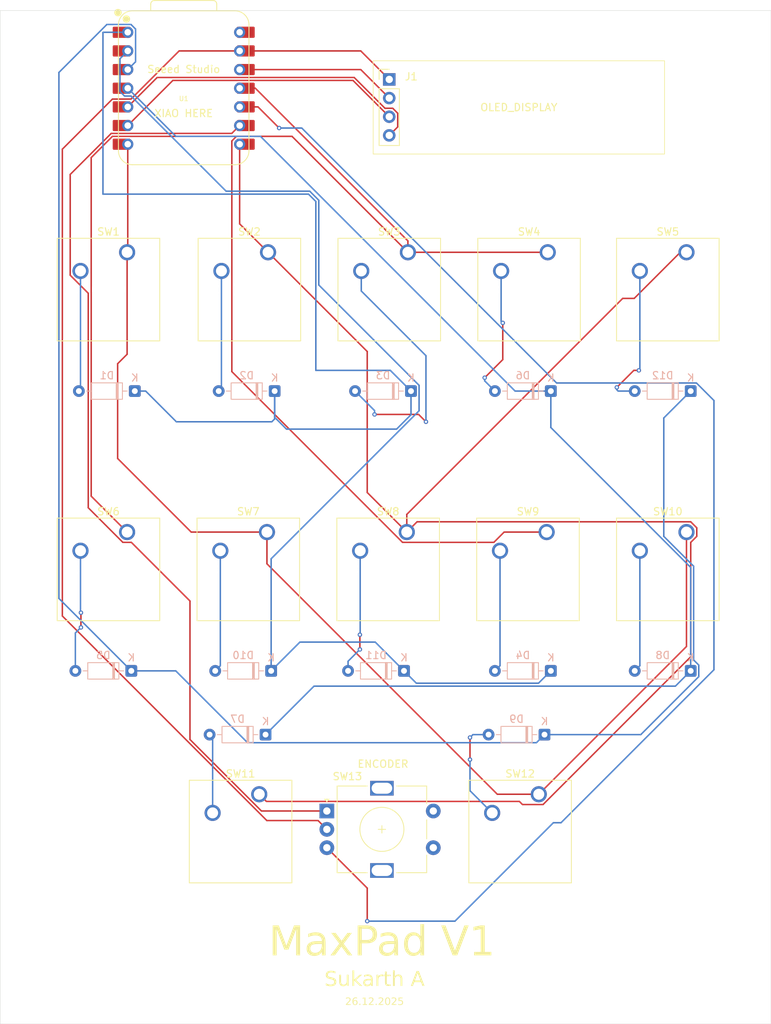
<source format=kicad_pcb>
(kicad_pcb (version 20241229) (generator "pcbnew") (generator_version "9.0")
  (layers (0 "F.Cu" signal) (2 "B.Cu" signal) (13 "F.Paste" user) (15 "B.Paste" user) (5 "F.SilkS" user "F.Silkscreen") (7 "B.SilkS" user "B.Silkscreen") (1 "F.Mask" user) (3 "B.Mask" user) (25 "Edge.Cuts" user))
  (net 0 "")
  (net 1 "Net-(D1-A)")
  (net 2 "Net-(D1-K)")
  (net 3 "Net-(D2-A)")
  (net 4 "Net-(D3-A)")
  (net 5 "Net-(D4-A)")
  (net 6 "Net-(D10-K)")
  (net 7 "Net-(D5-A)")
  (net 8 "Net-(D12-K)")
  (net 9 "Net-(D6-K)")
  (net 10 "Net-(D6-A)")
  (net 11 "Net-(D7-A)")
  (net 12 "Net-(D8-A)")
  (net 13 "Net-(D9-A)")
  (net 14 "Net-(D10-A)")
  (net 15 "Net-(D11-A)")
  (net 16 "Net-(D12-A)")
  (net 17 "Net-(J1-Pin_1)")
  (net 18 "Net-(J1-Pin_4)")
  (net 19 "Net-(J1-Pin_2)")
  (net 20 "Net-(J1-Pin_3)")
  (net 21 "Net-(U1-GPIO0{slash}TX)")
  (net 22 "Net-(U1-GPIO1{slash}RX)")
  (net 23 "Net-(U1-GPIO3{slash}MOSI)")
  (net 24 "Net-(U1-GPIO4{slash}MISO)")
  (net 25 "Net-(U1-GPIO2{slash}SCK)")
  (footprint "Button_Switch_Keyboard:SW_Cherry_MX_1.00u_PCB" (layer "F.Cu") (at 42.29 54.92)
    (property "Reference" "SW1" (at -2.54 -2.794 0) (layer "F.SilkS"))
    (property "Value" "SW_Push")
    (pad "" np_thru_hole circle (at -7.62 5.08) (size 1.7 1.7) (drill 1.7) (layers "*.Cu" "*.Mask"))
    (pad "" np_thru_hole circle (at -2.54 5.08) (size 4 4) (drill 4) (layers "*.Cu" "*.Mask"))
    (pad "" np_thru_hole circle (at 2.54 5.08) (size 1.7 1.7) (drill 1.7) (layers "*.Cu" "*.Mask"))
    (pad "1" thru_hole circle (at 0 0) (size 2.2 2.2) (drill 1.5) (layers "*.Cu" "*.Mask") (net 21 "Net-(U1-GPIO0{slash}TX)"))
    (pad "2" thru_hole circle (at -6.35 2.54) (size 2.2 2.2) (drill 1.5) (layers "*.Cu" "*.Mask") (net 1 "Net-(D1-A)"))
  )
  (footprint "Button_Switch_Keyboard:SW_Cherry_MX_1.00u_PCB" (layer "F.Cu") (at 99.44 93.02)
    (property "Reference" "SW9" (at -2.54 -2.794 0) (layer "F.SilkS"))
    (property "Value" "SW_Push")
    (pad "" np_thru_hole circle (at -7.62 5.08) (size 1.7 1.7) (drill 1.7) (layers "*.Cu" "*.Mask"))
    (pad "" np_thru_hole circle (at -2.54 5.08) (size 4 4) (drill 4) (layers "*.Cu" "*.Mask"))
    (pad "" np_thru_hole circle (at 2.54 5.08) (size 1.7 1.7) (drill 1.7) (layers "*.Cu" "*.Mask"))
    (pad "1" thru_hole circle (at 0 0) (size 2.2 2.2) (drill 1.5) (layers "*.Cu" "*.Mask") (net 23 "Net-(U1-GPIO3{slash}MOSI)"))
    (pad "2" thru_hole circle (at -6.35 2.54) (size 2.2 2.2) (drill 1.5) (layers "*.Cu" "*.Mask") (net 5 "Net-(D4-A)"))
  )
  (footprint "Button_Switch_Keyboard:SW_Cherry_MX_1.00u_PCB" (layer "F.Cu") (at 80.39 93.02)
    (property "Reference" "SW8" (at -2.54 -2.794 0) (layer "F.SilkS"))
    (property "Value" "SW_Push")
    (pad "" np_thru_hole circle (at -7.62 5.08) (size 1.7 1.7) (drill 1.7) (layers "*.Cu" "*.Mask"))
    (pad "" np_thru_hole circle (at -2.54 5.08) (size 4 4) (drill 4) (layers "*.Cu" "*.Mask"))
    (pad "" np_thru_hole circle (at 2.54 5.08) (size 1.7 1.7) (drill 1.7) (layers "*.Cu" "*.Mask"))
    (pad "1" thru_hole circle (at 0 0) (size 2.2 2.2) (drill 1.5) (layers "*.Cu" "*.Mask") (net 22 "Net-(U1-GPIO1{slash}RX)"))
    (pad "2" thru_hole circle (at -6.35 2.54) (size 2.2 2.2) (drill 1.5) (layers "*.Cu" "*.Mask") (net 15 "Net-(D11-A)"))
  )
  (footprint "Button_Switch_Keyboard:SW_Cherry_MX_1.00u_PCB" (layer "F.Cu") (at 61.49 54.92)
    (property "Reference" "SW2" (at -2.54 -2.794 0) (layer "F.SilkS"))
    (property "Value" "SW_Push")
    (pad "" np_thru_hole circle (at -7.62 5.08) (size 1.7 1.7) (drill 1.7) (layers "*.Cu" "*.Mask"))
    (pad "" np_thru_hole circle (at -2.54 5.08) (size 4 4) (drill 4) (layers "*.Cu" "*.Mask"))
    (pad "" np_thru_hole circle (at 2.54 5.08) (size 1.7 1.7) (drill 1.7) (layers "*.Cu" "*.Mask"))
    (pad "1" thru_hole circle (at 0 0) (size 2.2 2.2) (drill 1.5) (layers "*.Cu" "*.Mask") (net 22 "Net-(U1-GPIO1{slash}RX)"))
    (pad "2" thru_hole circle (at -6.35 2.54) (size 2.2 2.2) (drill 1.5) (layers "*.Cu" "*.Mask") (net 3 "Net-(D2-A)"))
  )
  (footprint "Button_Switch_Keyboard:SW_Cherry_MX_1.00u_PCB" (layer "F.Cu") (at 80.54 54.92)
    (property "Reference" "SW3" (at -2.54 -2.794 0) (layer "F.SilkS"))
    (property "Value" "SW_Push")
    (pad "" np_thru_hole circle (at -7.62 5.08) (size 1.7 1.7) (drill 1.7) (layers "*.Cu" "*.Mask"))
    (pad "" np_thru_hole circle (at -2.54 5.08) (size 4 4) (drill 4) (layers "*.Cu" "*.Mask"))
    (pad "" np_thru_hole circle (at 2.54 5.08) (size 1.7 1.7) (drill 1.7) (layers "*.Cu" "*.Mask"))
    (pad "1" thru_hole circle (at 0 0) (size 2.2 2.2) (drill 1.5) (layers "*.Cu" "*.Mask") (net 23 "Net-(U1-GPIO3{slash}MOSI)"))
    (pad "2" thru_hole circle (at -6.35 2.54) (size 2.2 2.2) (drill 1.5) (layers "*.Cu" "*.Mask") (net 4 "Net-(D3-A)"))
  )
  (footprint "Rotary_Encoder:RotaryEncoder_Alps_EC11E-Switch_Vertical_H20mm" (layer "F.Cu") (at 69.5 131)
    (property "Reference" "SW13" (at 2.8 -4.7 0) (layer "F.SilkS"))
    (property "Value" "RotaryEncoder")
    (pad "A" thru_hole rect (at 0 0) (size 2 2) (drill 1) (layers "*.Cu" "*.Mask") (net 25 "Net-(U1-GPIO2{slash}SCK)"))
    (pad "B" thru_hole circle (at 0 5) (size 2 2) (drill 1) (layers "*.Cu" "*.Mask") (net 24 "Net-(U1-GPIO4{slash}MISO)"))
    (pad "C" thru_hole circle (at 0 2.5) (size 2 2) (drill 1) (layers "*.Cu" "*.Mask") (net 17 "Net-(J1-Pin_1)"))
    (pad "MP" thru_hole rect (at 7.5 -3.1) (size 3.2 2) (drill oval 2.8 1.5) (layers "*.Cu" "*.Mask"))
    (pad "MP" thru_hole rect (at 7.5 8.1) (size 3.2 2) (drill oval 2.8 1.5) (layers "*.Cu" "*.Mask"))
    (pad "S1" thru_hole circle (at 14.5 5) (size 2 2) (drill 1) (layers "*.Cu" "*.Mask"))
    (pad "S2" thru_hole circle (at 14.5 0) (size 2 2) (drill 1) (layers "*.Cu" "*.Mask"))
  )
  (footprint "Button_Switch_Keyboard:SW_Cherry_MX_1.00u_PCB" (layer "F.Cu") (at 118.49 54.92)
    (property "Reference" "SW5" (at -2.54 -2.794 0) (layer "F.SilkS"))
    (property "Value" "SW_Push")
    (pad "" np_thru_hole circle (at -7.62 5.08) (size 1.7 1.7) (drill 1.7) (layers "*.Cu" "*.Mask"))
    (pad "" np_thru_hole circle (at -2.54 5.08) (size 4 4) (drill 4) (layers "*.Cu" "*.Mask"))
    (pad "" np_thru_hole circle (at 2.54 5.08) (size 1.7 1.7) (drill 1.7) (layers "*.Cu" "*.Mask"))
    (pad "1" thru_hole circle (at 0 0) (size 2.2 2.2) (drill 1.5) (layers "*.Cu" "*.Mask") (net 22 "Net-(U1-GPIO1{slash}RX)"))
    (pad "2" thru_hole circle (at -6.35 2.54) (size 2.2 2.2) (drill 1.5) (layers "*.Cu" "*.Mask") (net 16 "Net-(D12-A)"))
  )
  (footprint "Seeed Studio XIAO Series Library:XIAO-RP2040-DIP" (layer "F.Cu") (at 50 32.58)
    (property "Reference" "U1" (at 0 1.42 0) (layer "F.SilkS") (effects (font (size 0.635 0.635) (thickness 0.1016))))
    (property "Value" "XIAO-RP2040-DIP")
    (pad "1" smd roundrect (at -8.455 -7.62 180) (size 2.432 1.524) (layers "F.Cu" "F.Mask") (roundrect_rratio 0.1) (net 2 "Net-(D1-K)"))
    (pad "1" thru_hole circle (at -7.62 -7.62 180) (size 1.524 1.524) (drill 0.889) (layers "*.Cu" "*.Mask") (net 2 "Net-(D1-K)"))
    (pad "2" smd roundrect (at -8.455 -5.08 180) (size 2.432 1.524) (layers "F.Cu" "F.Mask") (roundrect_rratio 0.1) (net 6 "Net-(D10-K)"))
    (pad "2" thru_hole circle (at -7.62 -5.08 180) (size 1.524 1.524) (drill 0.889) (layers "*.Cu" "*.Mask") (net 6 "Net-(D10-K)"))
    (pad "3" smd roundrect (at -8.455 -2.54 180) (size 2.432 1.524) (layers "F.Cu" "F.Mask") (roundrect_rratio 0.1) (net 8 "Net-(D12-K)"))
    (pad "3" thru_hole circle (at -7.62 -2.54 180) (size 1.524 1.524) (drill 0.889) (layers "*.Cu" "*.Mask") (net 8 "Net-(D12-K)"))
    (pad "4" smd roundrect (at -8.455 0 180) (size 2.432 1.524) (layers "F.Cu" "F.Mask") (roundrect_rratio 0.1) (net 9 "Net-(D6-K)"))
    (pad "4" thru_hole circle (at -7.62 0 180) (size 1.524 1.524) (drill 0.889) (layers "*.Cu" "*.Mask") (net 9 "Net-(D6-K)"))
    (pad "5" smd roundrect (at -8.455 2.54 180) (size 2.432 1.524) (layers "F.Cu" "F.Mask") (roundrect_rratio 0.1) (net 18 "Net-(J1-Pin_4)"))
    (pad "5" thru_hole circle (at -7.62 2.54 180) (size 1.524 1.524) (drill 0.889) (layers "*.Cu" "*.Mask") (net 18 "Net-(J1-Pin_4)"))
    (pad "6" smd roundrect (at -8.455 5.08 180) (size 2.432 1.524) (layers "F.Cu" "F.Mask") (roundrect_rratio 0.1) (net 20 "Net-(J1-Pin_3)"))
    (pad "6" thru_hole circle (at -7.62 5.08 180) (size 1.524 1.524) (drill 0.889) (layers "*.Cu" "*.Mask") (net 20 "Net-(J1-Pin_3)"))
    (pad "7" smd roundrect (at -8.455 7.62 180) (size 2.432 1.524) (layers "F.Cu" "F.Mask") (roundrect_rratio 0.1) (net 21 "Net-(U1-GPIO0{slash}TX)"))
    (pad "7" thru_hole circle (at -7.62 7.62 180) (size 1.524 1.524) (drill 0.889) (layers "*.Cu" "*.Mask") (net 21 "Net-(U1-GPIO0{slash}TX)"))
    (pad "8" thru_hole circle (at 7.62 7.62) (size 1.524 1.524) (drill 0.889) (layers "*.Cu" "*.Mask") (net 22 "Net-(U1-GPIO1{slash}RX)"))
    (pad "8" smd roundrect (at 8.455 7.62) (size 2.432 1.524) (layers "F.Cu" "F.Mask") (roundrect_rratio 0.1) (net 22 "Net-(U1-GPIO1{slash}RX)"))
    (pad "9" thru_hole circle (at 7.62 5.08) (size 1.524 1.524) (drill 0.889) (layers "*.Cu" "*.Mask") (net 25 "Net-(U1-GPIO2{slash}SCK)"))
    (pad "9" smd roundrect (at 8.455 5.08) (size 2.432 1.524) (layers "F.Cu" "F.Mask") (roundrect_rratio 0.1) (net 25 "Net-(U1-GPIO2{slash}SCK)"))
    (pad "10" thru_hole circle (at 7.62 2.54) (size 1.524 1.524) (drill 0.889) (layers "*.Cu" "*.Mask") (net 24 "Net-(U1-GPIO4{slash}MISO)"))
    (pad "10" smd roundrect (at 8.455 2.54) (size 2.432 1.524) (layers "F.Cu" "F.Mask") (roundrect_rratio 0.1) (net 24 "Net-(U1-GPIO4{slash}MISO)"))
    (pad "11" thru_hole circle (at 7.62 0) (size 1.524 1.524) (drill 0.889) (layers "*.Cu" "*.Mask") (net 23 "Net-(U1-GPIO3{slash}MOSI)"))
    (pad "11" smd roundrect (at 8.455 0) (size 2.432 1.524) (layers "F.Cu" "F.Mask") (roundrect_rratio 0.1) (net 23 "Net-(U1-GPIO3{slash}MOSI)"))
    (pad "12" thru_hole circle (at 7.62 -2.54) (size 1.524 1.524) (drill 0.889) (layers "*.Cu" "*.Mask") (net 19 "Net-(J1-Pin_2)"))
    (pad "12" smd roundrect (at 8.455 -2.54) (size 2.432 1.524) (layers "F.Cu" "F.Mask") (roundrect_rratio 0.1) (net 19 "Net-(J1-Pin_2)"))
    (pad "13" thru_hole circle (at 7.62 -5.08) (size 1.524 1.524) (drill 0.889) (layers "*.Cu" "*.Mask") (net 17 "Net-(J1-Pin_1)"))
    (pad "13" smd roundrect (at 8.455 -5.08) (size 2.432 1.524) (layers "F.Cu" "F.Mask") (roundrect_rratio 0.1) (net 17 "Net-(J1-Pin_1)"))
    (pad "14" thru_hole circle (at 7.62 -7.62) (size 1.524 1.524) (drill 0.889) (layers "*.Cu" "*.Mask"))
    (pad "14" smd roundrect (at 8.455 -7.62) (size 2.432 1.524) (layers "F.Cu" "F.Mask") (roundrect_rratio 0.1))
  )
  (footprint "Button_Switch_Keyboard:SW_Cherry_MX_1.00u_PCB" (layer "F.Cu") (at 61.34 93.02)
    (property "Reference" "SW7" (at -2.54 -2.794 0) (layer "F.SilkS"))
    (property "Value" "SW_Push")
    (pad "" np_thru_hole circle (at -7.62 5.08) (size 1.7 1.7) (drill 1.7) (layers "*.Cu" "*.Mask"))
    (pad "" np_thru_hole circle (at -2.54 5.08) (size 4 4) (drill 4) (layers "*.Cu" "*.Mask"))
    (pad "" np_thru_hole circle (at 2.54 5.08) (size 1.7 1.7) (drill 1.7) (layers "*.Cu" "*.Mask"))
    (pad "1" thru_hole circle (at 0 0) (size 2.2 2.2) (drill 1.5) (layers "*.Cu" "*.Mask") (net 21 "Net-(U1-GPIO0{slash}TX)"))
    (pad "2" thru_hole circle (at -6.35 2.54) (size 2.2 2.2) (drill 1.5) (layers "*.Cu" "*.Mask") (net 14 "Net-(D10-A)"))
  )
  (footprint "Button_Switch_Keyboard:SW_Cherry_MX_1.00u_PCB" (layer "F.Cu") (at 42.29 93.02)
    (property "Reference" "SW6" (at -2.54 -2.794 0) (layer "F.SilkS"))
    (property "Value" "SW_Push")
    (pad "" np_thru_hole circle (at -7.62 5.08) (size 1.7 1.7) (drill 1.7) (layers "*.Cu" "*.Mask"))
    (pad "" np_thru_hole circle (at -2.54 5.08) (size 4 4) (drill 4) (layers "*.Cu" "*.Mask"))
    (pad "" np_thru_hole circle (at 2.54 5.08) (size 1.7 1.7) (drill 1.7) (layers "*.Cu" "*.Mask"))
    (pad "1" thru_hole circle (at 0 0) (size 2.2 2.2) (drill 1.5) (layers "*.Cu" "*.Mask") (net 23 "Net-(U1-GPIO3{slash}MOSI)"))
    (pad "2" thru_hole circle (at -6.35 2.54) (size 2.2 2.2) (drill 1.5) (layers "*.Cu" "*.Mask") (net 7 "Net-(D5-A)"))
  )
  (footprint "Connector_PinHeader_2.54mm:PinHeader_1x04_P2.54mm_Vertical" (layer "F.Cu") (at 78 31.38)
    (property "Reference" "J1" (at 3 -0.38 0) (layer "F.SilkS"))
    (property "Value" "Conn_01x04_Pin")
    (pad "1" thru_hole rect (at 0 0) (size 1.7 1.7) (drill 1) (layers "*.Cu" "*.Mask") (net 17 "Net-(J1-Pin_1)"))
    (pad "2" thru_hole circle (at 0 2.54) (size 1.7 1.7) (drill 1) (layers "*.Cu" "*.Mask") (net 19 "Net-(J1-Pin_2)"))
    (pad "3" thru_hole circle (at 0 5.08) (size 1.7 1.7) (drill 1) (layers "*.Cu" "*.Mask") (net 20 "Net-(J1-Pin_3)"))
    (pad "4" thru_hole circle (at 0 7.62) (size 1.7 1.7) (drill 1) (layers "*.Cu" "*.Mask") (net 18 "Net-(J1-Pin_4)"))
  )
  (footprint "Button_Switch_Keyboard:SW_Cherry_MX_1.00u_PCB" (layer "F.Cu") (at 60.29 128.72)
    (property "Reference" "SW11" (at -2.54 -2.794 0) (layer "F.SilkS"))
    (property "Value" "SW_Push")
    (pad "" np_thru_hole circle (at -7.62 5.08) (size 1.7 1.7) (drill 1.7) (layers "*.Cu" "*.Mask"))
    (pad "" np_thru_hole circle (at -2.54 5.08) (size 4 4) (drill 4) (layers "*.Cu" "*.Mask"))
    (pad "" np_thru_hole circle (at 2.54 5.08) (size 1.7 1.7) (drill 1.7) (layers "*.Cu" "*.Mask"))
    (pad "1" thru_hole circle (at 0 0) (size 2.2 2.2) (drill 1.5) (layers "*.Cu" "*.Mask") (net 22 "Net-(U1-GPIO1{slash}RX)"))
    (pad "2" thru_hole circle (at -6.35 2.54) (size 2.2 2.2) (drill 1.5) (layers "*.Cu" "*.Mask") (net 11 "Net-(D7-A)"))
  )
  (footprint "Button_Switch_Keyboard:SW_Cherry_MX_1.00u_PCB" (layer "F.Cu") (at 99.59 54.92)
    (property "Reference" "SW4" (at -2.54 -2.794 0) (layer "F.SilkS"))
    (property "Value" "SW_Push")
    (pad "" np_thru_hole circle (at -7.62 5.08) (size 1.7 1.7) (drill 1.7) (layers "*.Cu" "*.Mask"))
    (pad "" np_thru_hole circle (at -2.54 5.08) (size 4 4) (drill 4) (layers "*.Cu" "*.Mask"))
    (pad "" np_thru_hole circle (at 2.54 5.08) (size 1.7 1.7) (drill 1.7) (layers "*.Cu" "*.Mask"))
    (pad "1" thru_hole circle (at 0 0) (size 2.2 2.2) (drill 1.5) (layers "*.Cu" "*.Mask") (net 23 "Net-(U1-GPIO3{slash}MOSI)"))
    (pad "2" thru_hole circle (at -6.35 2.54) (size 2.2 2.2) (drill 1.5) (layers "*.Cu" "*.Mask") (net 10 "Net-(D6-A)"))
  )
  (footprint "Button_Switch_Keyboard:SW_Cherry_MX_1.00u_PCB" (layer "F.Cu") (at 98.37 128.72)
    (property "Reference" "SW12" (at -2.54 -2.794 0) (layer "F.SilkS"))
    (property "Value" "SW_Push")
    (pad "" np_thru_hole circle (at -7.62 5.08) (size 1.7 1.7) (drill 1.7) (layers "*.Cu" "*.Mask"))
    (pad "" np_thru_hole circle (at -2.54 5.08) (size 4 4) (drill 4) (layers "*.Cu" "*.Mask"))
    (pad "" np_thru_hole circle (at 2.54 5.08) (size 1.7 1.7) (drill 1.7) (layers "*.Cu" "*.Mask"))
    (pad "1" thru_hole circle (at 0 0) (size 2.2 2.2) (drill 1.5) (layers "*.Cu" "*.Mask") (net 21 "Net-(U1-GPIO0{slash}TX)"))
    (pad "2" thru_hole circle (at -6.35 2.54) (size 2.2 2.2) (drill 1.5) (layers "*.Cu" "*.Mask") (net 13 "Net-(D9-A)"))
  )
  (footprint "Button_Switch_Keyboard:SW_Cherry_MX_1.00u_PCB" (layer "F.Cu") (at 118.49 93.02)
    (property "Reference" "SW10" (at -2.54 -2.794 0) (layer "F.SilkS"))
    (property "Value" "SW_Push")
    (pad "" np_thru_hole circle (at -7.62 5.08) (size 1.7 1.7) (drill 1.7) (layers "*.Cu" "*.Mask"))
    (pad "" np_thru_hole circle (at -2.54 5.08) (size 4 4) (drill 4) (layers "*.Cu" "*.Mask"))
    (pad "" np_thru_hole circle (at 2.54 5.08) (size 1.7 1.7) (drill 1.7) (layers "*.Cu" "*.Mask"))
    (pad "1" thru_hole circle (at 0 0) (size 2.2 2.2) (drill 1.5) (layers "*.Cu" "*.Mask") (net 21 "Net-(U1-GPIO0{slash}TX)"))
    (pad "2" thru_hole circle (at -6.35 2.54) (size 2.2 2.2) (drill 1.5) (layers "*.Cu" "*.Mask") (net 12 "Net-(D8-A)"))
  )
  (footprint "Diode_THT:D_DO-35_SOD27_P7.62mm_Horizontal" (layer "B.Cu") (at 100.0125 111.91875 180)
    (property "Reference" "D4" (at 3.81 2.12 0) (layer "B.SilkS") (effects (justify mirror)))
    (property "Value" "1N4148")
    (fp_text user "K" (at 0 1.8 0) (layer "B.SilkS") (effects (justify mirror)))
    (pad "1" thru_hole roundrect (at 0 0 180) (size 1.6 1.6) (drill 0.8) (layers "*.Cu" "*.Mask") (roundrect_rratio 0.15625) (net 6 "Net-(D10-K)"))
    (pad "2" thru_hole circle (at 7.62 0 180) (size 1.6 1.6) (drill 0.8) (layers "*.Cu" "*.Mask") (net 5 "Net-(D4-A)"))
  )
  (footprint "Diode_THT:D_DO-35_SOD27_P7.62mm_Horizontal" (layer "B.Cu") (at 43.33875 73.81875 180)
    (property "Reference" "D1" (at 3.81 2.12 0) (layer "B.SilkS") (effects (justify mirror)))
    (property "Value" "1N4148")
    (fp_text user "K" (at 0 1.8 0) (layer "B.SilkS") (effects (justify mirror)))
    (pad "1" thru_hole roundrect (at 0 0 180) (size 1.6 1.6) (drill 0.8) (layers "*.Cu" "*.Mask") (roundrect_rratio 0.15625) (net 2 "Net-(D1-K)"))
    (pad "2" thru_hole circle (at 7.62 0 180) (size 1.6 1.6) (drill 0.8) (layers "*.Cu" "*.Mask") (net 1 "Net-(D1-A)"))
  )
  (footprint "Diode_THT:D_DO-35_SOD27_P7.62mm_Horizontal" (layer "B.Cu") (at 100.0125 73.81875 180)
    (property "Reference" "D6" (at 3.81 2.12 0) (layer "B.SilkS") (effects (justify mirror)))
    (property "Value" "1N4148")
    (fp_text user "K" (at 0 1.8 0) (layer "B.SilkS") (effects (justify mirror)))
    (pad "1" thru_hole roundrect (at 0 0 180) (size 1.6 1.6) (drill 0.8) (layers "*.Cu" "*.Mask") (roundrect_rratio 0.15625) (net 9 "Net-(D6-K)"))
    (pad "2" thru_hole circle (at 7.62 0 180) (size 1.6 1.6) (drill 0.8) (layers "*.Cu" "*.Mask") (net 10 "Net-(D6-A)"))
  )
  (footprint "Diode_THT:D_DO-35_SOD27_P7.62mm_Horizontal" (layer "B.Cu") (at 42.8625 111.91875 180)
    (property "Reference" "D5" (at 3.81 2.12 0) (layer "B.SilkS") (effects (justify mirror)))
    (property "Value" "1N4148")
    (fp_text user "K" (at 0 1.8 0) (layer "B.SilkS") (effects (justify mirror)))
    (pad "1" thru_hole roundrect (at 0 0 180) (size 1.6 1.6) (drill 0.8) (layers "*.Cu" "*.Mask") (roundrect_rratio 0.15625) (net 8 "Net-(D12-K)"))
    (pad "2" thru_hole circle (at 7.62 0 180) (size 1.6 1.6) (drill 0.8) (layers "*.Cu" "*.Mask") (net 7 "Net-(D5-A)"))
  )
  (footprint "Diode_THT:D_DO-35_SOD27_P7.62mm_Horizontal" (layer "B.Cu") (at 61.15 120.6 180)
    (property "Reference" "D7" (at 3.81 2.12 0) (layer "B.SilkS") (effects (justify mirror)))
    (property "Value" "1N4148")
    (fp_text user "K" (at 0 1.8 0) (layer "B.SilkS") (effects (justify mirror)))
    (pad "1" thru_hole roundrect (at 0 0 180) (size 1.6 1.6) (drill 0.8) (layers "*.Cu" "*.Mask") (roundrect_rratio 0.15625) (net 9 "Net-(D6-K)"))
    (pad "2" thru_hole circle (at 7.62 0 180) (size 1.6 1.6) (drill 0.8) (layers "*.Cu" "*.Mask") (net 11 "Net-(D7-A)"))
  )
  (footprint "Diode_THT:D_DO-35_SOD27_P7.62mm_Horizontal" (layer "B.Cu") (at 61.9125 111.91875 180)
    (property "Reference" "D10" (at 3.81 2.12 0) (layer "B.SilkS") (effects (justify mirror)))
    (property "Value" "1N4148")
    (fp_text user "K" (at 0 1.8 0) (layer "B.SilkS") (effects (justify mirror)))
    (pad "1" thru_hole roundrect (at 0 0 180) (size 1.6 1.6) (drill 0.8) (layers "*.Cu" "*.Mask") (roundrect_rratio 0.15625) (net 6 "Net-(D10-K)"))
    (pad "2" thru_hole circle (at 7.62 0 180) (size 1.6 1.6) (drill 0.8) (layers "*.Cu" "*.Mask") (net 14 "Net-(D10-A)"))
  )
  (footprint "Diode_THT:D_DO-35_SOD27_P7.62mm_Horizontal" (layer "B.Cu") (at 80.01 111.91875 180)
    (property "Reference" "D11" (at 3.81 2.12 0) (layer "B.SilkS") (effects (justify mirror)))
    (property "Value" "1N4148")
    (fp_text user "K" (at 0 1.8 0) (layer "B.SilkS") (effects (justify mirror)))
    (pad "1" thru_hole roundrect (at 0 0 180) (size 1.6 1.6) (drill 0.8) (layers "*.Cu" "*.Mask") (roundrect_rratio 0.15625) (net 6 "Net-(D10-K)"))
    (pad "2" thru_hole circle (at 7.62 0 180) (size 1.6 1.6) (drill 0.8) (layers "*.Cu" "*.Mask") (net 15 "Net-(D11-A)"))
  )
  (footprint "Diode_THT:D_DO-35_SOD27_P7.62mm_Horizontal" (layer "B.Cu") (at 119.0625 73.81875 180)
    (property "Reference" "D12" (at 3.81 2.12 0) (layer "B.SilkS") (effects (justify mirror)))
    (property "Value" "1N4148")
    (fp_text user "K" (at 0 1.8 0) (layer "B.SilkS") (effects (justify mirror)))
    (pad "1" thru_hole roundrect (at 0 0 180) (size 1.6 1.6) (drill 0.8) (layers "*.Cu" "*.Mask") (roundrect_rratio 0.15625) (net 8 "Net-(D12-K)"))
    (pad "2" thru_hole circle (at 7.62 0 180) (size 1.6 1.6) (drill 0.8) (layers "*.Cu" "*.Mask") (net 16 "Net-(D12-A)"))
  )
  (footprint "Diode_THT:D_DO-35_SOD27_P7.62mm_Horizontal" (layer "B.Cu") (at 62.38875 73.81875 180)
    (property "Reference" "D2" (at 3.81 2.12 0) (layer "B.SilkS") (effects (justify mirror)))
    (property "Value" "1N4148")
    (fp_text user "K" (at 0 1.8 0) (layer "B.SilkS") (effects (justify mirror)))
    (pad "1" thru_hole roundrect (at 0 0 180) (size 1.6 1.6) (drill 0.8) (layers "*.Cu" "*.Mask") (roundrect_rratio 0.15625) (net 2 "Net-(D1-K)"))
    (pad "2" thru_hole circle (at 7.62 0 180) (size 1.6 1.6) (drill 0.8) (layers "*.Cu" "*.Mask") (net 3 "Net-(D2-A)"))
  )
  (footprint "Diode_THT:D_DO-35_SOD27_P7.62mm_Horizontal" (layer "B.Cu") (at 99.15 120.6 180)
    (property "Reference" "D9" (at 3.81 2.12 0) (layer "B.SilkS") (effects (justify mirror)))
    (property "Value" "1N4148")
    (fp_text user "K" (at 0 1.8 0) (layer "B.SilkS") (effects (justify mirror)))
    (pad "1" thru_hole roundrect (at 0 0 180) (size 1.6 1.6) (drill 0.8) (layers "*.Cu" "*.Mask") (roundrect_rratio 0.15625) (net 8 "Net-(D12-K)"))
    (pad "2" thru_hole circle (at 7.62 0 180) (size 1.6 1.6) (drill 0.8) (layers "*.Cu" "*.Mask") (net 13 "Net-(D9-A)"))
  )
  (footprint "Diode_THT:D_DO-35_SOD27_P7.62mm_Horizontal" (layer "B.Cu") (at 80.9625 73.81875 180)
    (property "Reference" "D3" (at 3.81 2.12 0) (layer "B.SilkS") (effects (justify mirror)))
    (property "Value" "1N4148")
    (fp_text user "K" (at 0 1.8 0) (layer "B.SilkS") (effects (justify mirror)))
    (pad "1" thru_hole roundrect (at 0 0 180) (size 1.6 1.6) (drill 0.8) (layers "*.Cu" "*.Mask") (roundrect_rratio 0.15625) (net 2 "Net-(D1-K)"))
    (pad "2" thru_hole circle (at 7.62 0 180) (size 1.6 1.6) (drill 0.8) (layers "*.Cu" "*.Mask") (net 4 "Net-(D3-A)"))
  )
  (footprint "Diode_THT:D_DO-35_SOD27_P7.62mm_Horizontal" (layer "B.Cu") (at 119.0625 111.91875 180)
    (property "Reference" "D8" (at 3.81 2.12 0) (layer "B.SilkS") (effects (justify mirror)))
    (property "Value" "1N4148")
    (fp_text user "K" (at 0 1.8 0) (layer "B.SilkS") (effects (justify mirror)))
    (pad "1" thru_hole roundrect (at 0 0 180) (size 1.6 1.6) (drill 0.8) (layers "*.Cu" "*.Mask") (roundrect_rratio 0.15625) (net 9 "Net-(D6-K)"))
    (pad "2" thru_hole circle (at 7.62 0 180) (size 1.6 1.6) (drill 0.8) (layers "*.Cu" "*.Mask") (net 12 "Net-(D8-A)"))
  )
  (gr_rect (start 75.8125 28.84) (end 115.5 41.54) (stroke (width 0.1)) (fill no) (layer "F.SilkS"))
  (gr_rect (start 25 22) (end 130 160) (stroke (width 0.05)) (fill no) (layer "Edge.Cuts"))
  (gr_text "MaxPad V1\n" (at 77 149 0) (layer "F.SilkS") (effects (font (size 4 4))))
  (gr_text "ENCODER" (at 77.15 124.6 0) (layer "F.SilkS") (effects (font (size 1 1))))
  (gr_text "Sukarth A" (at 76 154 0) (layer "F.SilkS") (effects (font (size 2 2))))
  (gr_text "26.12.2025" (at 76 157 0) (layer "F.SilkS") (effects (font (size 1 1))))
  (gr_text "Seeed Studio" (at 50 30 0) (layer "F.SilkS") (effects (font (size 1 1))))
  (gr_text "OLED_DISPLAY" (at 95.65625 35.19 0) (layer "F.SilkS") (effects (font (size 1 1))))
  (gr_text "XIAO HERE" (at 50 36 0) (layer "F.SilkS") (effects (font (size 1 1))))
  (segment (start 35.94 57.46) (end 35.94 73.5975) (width 0.2) (layer "B.Cu") (net 1))
  (segment (start 35.94 73.5975) (end 35.71875 73.81875) (width 0.2) (layer "B.Cu") (net 1))
  (segment (start 81 77) (end 80.9625 76.9625) (width 0.2) (layer "B.Cu") (net 2))
  (segment (start 49 78) (end 62 78) (width 0.2) (layer "B.Cu") (net 2))
  (segment (start 64 79) (end 79 79) (width 0.2) (layer "B.Cu") (net 2))
  (segment (start 62.38875 77.38875) (end 64 79) (width 0.2) (layer "B.Cu") (net 2))
  (segment (start 68 48) (end 67 47) (width 0.2) (layer "B.Cu") (net 2))
  (segment (start 67 47) (end 39 47) (width 0.2) (layer "B.Cu") (net 2))
  (segment (start 78.14375 71) (end 68 71) (width 0.2) (layer "B.Cu") (net 2))
  (segment (start 44.81875 73.81875) (end 49 78) (width 0.2) (layer "B.Cu") (net 2))
  (segment (start 43.33875 73.81875) (end 44.81875 73.81875) (width 0.2) (layer "B.Cu") (net 2))
  (segment (start 80.9625 76.9625) (end 80.9625 73.81875) (width 0.2) (layer "B.Cu") (net 2))
  (segment (start 80.9625 73.81875) (end 78.14375 71) (width 0.2) (layer "B.Cu") (net 2))
  (segment (start 62.38875 77.61125) (end 62.38875 73.81875) (width 0.2) (layer "B.Cu") (net 2))
  (segment (start 62.38875 73.81875) (end 62.38875 77.38875) (width 0.2) (layer "B.Cu") (net 2))
  (segment (start 68 71) (end 68 48) (width 0.2) (layer "B.Cu") (net 2))
  (segment (start 39.04 24.96) (end 42.38 24.96) (width 0.2) (layer "B.Cu") (net 2))
  (segment (start 39 25) (end 39.04 24.96) (width 0.2) (layer "B.Cu") (net 2))
  (segment (start 39 47) (end 39 25) (width 0.2) (layer "B.Cu") (net 2))
  (segment (start 79 79) (end 81 77) (width 0.2) (layer "B.Cu") (net 2))
  (segment (start 62 78) (end 62.38875 77.61125) (width 0.2) (layer "B.Cu") (net 2))
  (segment (start 55.14 57.46) (end 55.14 73.4475) (width 0.2) (layer "B.Cu") (net 3))
  (segment (start 55.14 73.4475) (end 54.76875 73.81875) (width 0.2) (layer "B.Cu") (net 3))
  (segment (start 83 78) (end 82 77) (width 0.2) (layer "F.Cu") (net 4))
  (segment (start 82 77) (end 76 77) (width 0.2) (layer "F.Cu") (net 4))
  (via (at 76 77) (size 0.6) (drill 0.3) (layers "F.Cu" "B.Cu") (net 4))
  (via (at 83 78) (size 0.6) (drill 0.3) (layers "F.Cu" "B.Cu") (net 4))
  (segment (start 76 77) (end 76 76.47625) (width 0.2) (layer "B.Cu") (net 4))
  (segment (start 83 69) (end 83 78) (width 0.2) (layer "B.Cu") (net 4))
  (segment (start 74.19 60.19) (end 83 69) (width 0.2) (layer "B.Cu") (net 4))
  (segment (start 76 76.47625) (end 73.3425 73.81875) (width 0.2) (layer "B.Cu") (net 4))
  (segment (start 74.19 57.46) (end 74.19 60.19) (width 0.2) (layer "B.Cu") (net 4))
  (segment (start 92.3925 111.91875) (end 93.09 111.22125) (width 0.2) (layer "B.Cu") (net 5))
  (segment (start 93.09 111.22125) (end 93.09 95.56) (width 0.2) (layer "B.Cu") (net 5))
  (segment (start 55.77631 46.599) (end 42.82031 33.643) (width 0.2) (layer "B.Cu") (net 6))
  (segment (start 41.317 28.563) (end 42.38 27.5) (width 0.2) (layer "B.Cu") (net 6))
  (segment (start 68.401 59.37109) (end 68.401 47.8339) (width 0.2) (layer "B.Cu") (net 6))
  (segment (start 100.0125 111.91875) (end 98.33225 113.599) (width 0.2) (layer "B.Cu") (net 6))
  (segment (start 82.0635 76.5036) (end 82.0635 73.03359) (width 0.2) (layer "B.Cu") (net 6))
  (segment (start 98.33225 113.599) (end 81.69025 113.599) (width 0.2) (layer "B.Cu") (net 6))
  (segment (start 81.69025 113.599) (end 80.01 111.91875) (width 0.2) (layer "B.Cu") (net 6))
  (segment (start 41.317 33.02031) (end 41.317 28.563) (width 0.2) (layer "B.Cu") (net 6))
  (segment (start 80.01 111.91875) (end 76.09125 108) (width 0.2) (layer "B.Cu") (net 6))
  (segment (start 68.401 47.8339) (end 67.1661 46.599) (width 0.2) (layer "B.Cu") (net 6))
  (segment (start 61.9125 96.6546) (end 82.0635 76.5036) (width 0.2) (layer "B.Cu") (net 6))
  (segment (start 82.0635 73.03359) (end 68.401 59.37109) (width 0.2) (layer "B.Cu") (net 6))
  (segment (start 76.09125 108) (end 65.83125 108) (width 0.2) (layer "B.Cu") (net 6))
  (segment (start 42.82031 33.643) (end 41.93969 33.643) (width 0.2) (layer "B.Cu") (net 6))
  (segment (start 67.1661 46.599) (end 55.77631 46.599) (width 0.2) (layer "B.Cu") (net 6))
  (segment (start 41.93969 33.643) (end 41.317 33.02031) (width 0.2) (layer "B.Cu") (net 6))
  (segment (start 65.83125 108) (end 61.9125 111.91875) (width 0.2) (layer "B.Cu") (net 6))
  (segment (start 61.9125 111.91875) (end 61.9125 96.6546) (width 0.2) (layer "B.Cu") (net 6))
  (segment (start 36 104) (end 36 106) (width 0.2) (layer "F.Cu") (net 7))
  (via (at 36 106) (size 0.6) (drill 0.3) (layers "F.Cu" "B.Cu") (net 7))
  (via (at 36 104) (size 0.6) (drill 0.3) (layers "F.Cu" "B.Cu") (net 7))
  (segment (start 35.94 103.94) (end 36 104) (width 0.2) (layer "B.Cu") (net 7))
  (segment (start 35.2425 106.7575) (end 35.2425 111.91875) (width 0.2) (layer "B.Cu") (net 7))
  (segment (start 36 106) (end 35.2425 106.7575) (width 0.2) (layer "B.Cu") (net 7))
  (segment (start 35.94 95.56) (end 35.94 103.94) (width 0.2) (layer "B.Cu") (net 7))
  (segment (start 112.26741 120.6) (end 99.15 120.6) (width 0.2) (layer "B.Cu") (net 8))
  (segment (start 99.15 120.6) (end 98.049 121.701) (width 0.2) (layer "B.Cu") (net 8))
  (segment (start 58.701 121.701) (end 48.91875 111.91875) (width 0.2) (layer "B.Cu") (net 8))
  (segment (start 120.1635 111.13359) (end 120.1635 112.70391) (width 0.2) (layer "B.Cu") (net 8))
  (segment (start 119.0625 73.81875) (end 115.399315 77.481935) (width 0.2) (layer "B.Cu") (net 8))
  (segment (start 120.1635 112.70391) (end 112.26741 120.6) (width 0.2) (layer "B.Cu") (net 8))
  (segment (start 43.443 28.977) (end 42.38 30.04) (width 0.2) (layer "B.Cu") (net 8))
  (segment (start 42.8625 111.91875) (end 33 102.05625) (width 0.2) (layer "B.Cu") (net 8))
  (segment (start 43.443 24.51969) (end 43.443 28.977) (width 0.2) (layer "B.Cu") (net 8))
  (segment (start 48.91875 111.91875) (end 42.8625 111.91875) (width 0.2) (layer "B.Cu") (net 8))
  (segment (start 33 30.4329) (end 39.5359 23.897) (width 0.2) (layer "B.Cu") (net 8))
  (segment (start 42.82031 23.897) (end 43.443 24.51969) (width 0.2) (layer "B.Cu") (net 8))
  (segment (start 115.399315 93.600685) (end 119.4635 97.66487) (width 0.2) (layer "B.Cu") (net 8))
  (segment (start 115.399315 77.481935) (end 115.399315 93.600685) (width 0.2) (layer "B.Cu") (net 8))
  (segment (start 33 102.05625) (end 33 30.4329) (width 0.2) (layer "B.Cu") (net 8))
  (segment (start 119.4635 97.66487) (end 119.4635 110.43359) (width 0.2) (layer "B.Cu") (net 8))
  (segment (start 98.049 121.701) (end 58.701 121.701) (width 0.2) (layer "B.Cu") (net 8))
  (segment (start 119.4635 110.43359) (end 120.1635 111.13359) (width 0.2) (layer "B.Cu") (net 8))
  (segment (start 39.5359 23.897) (end 42.82031 23.897) (width 0.2) (layer "B.Cu") (net 8))
  (segment (start 67.75 114) (end 61.15 120.6) (width 0.2) (layer "B.Cu") (net 9))
  (segment (start 44.4 34.6) (end 42.38 32.58) (width 0.2) (layer "B.Cu") (net 9))
  (segment (start 60.461816 39.137) (end 48.937 39.137) (width 0.2) (layer "B.Cu") (net 9))
  (segment (start 48.937 39.137) (end 44.4 34.6) (width 0.2) (layer "B.Cu") (net 9))
  (segment (start 95.143566 73.81875) (end 60.461816 39.137) (width 0.2) (layer "B.Cu") (net 9))
  (segment (start 100.0125 78.78097) (end 119.0625 97.83097) (width 0.2) (layer "B.Cu") (net 9))
  (segment (start 119.0625 97.83097) (end 119.0625 111.91875) (width 0.2) (layer "B.Cu") (net 9))
  (segment (start 116.98125 114) (end 67.75 114) (width 0.2) (layer "B.Cu") (net 9))
  (segment (start 100.0125 73.81875) (end 100.0125 78.78097) (width 0.2) (layer "B.Cu") (net 9))
  (segment (start 119.0625 111.91875) (end 116.98125 114) (width 0.2) (layer "B.Cu") (net 9))
  (segment (start 100.0125 73.81875) (end 95.143566 73.81875) (width 0.2) (layer "B.Cu") (net 9))
  (segment (start 93.46422 69.53578) (end 91 72) (width 0.2) (layer "F.Cu") (net 10))
  (segment (start 93.46422 64.53578) (end 93.46422 69.53578) (width 0.2) (layer "F.Cu") (net 10))
  (via (at 93.46422 64.53578) (size 0.6) (drill 0.3) (layers "F.Cu" "B.Cu") (net 10))
  (via (at 91 72) (size 0.6) (drill 0.3) (layers "F.Cu" "B.Cu") (net 10))
  (segment (start 93.24 57.46) (end 93.24 64.31156) (width 0.2) (layer "B.Cu") (net 10))
  (segment (start 93.24 64.31156) (end 93.46422 64.53578) (width 0.2) (layer "B.Cu") (net 10))
  (segment (start 91 72) (end 91 72.42625) (width 0.2) (layer "B.Cu") (net 10))
  (segment (start 91 72.42625) (end 92.3925 73.81875) (width 0.2) (layer "B.Cu") (net 10))
  (segment (start 53.94 121.01) (end 53.53 120.6) (width 0.2) (layer "B.Cu") (net 11))
  (segment (start 53.94 131.26) (end 53.94 121.01) (width 0.2) (layer "B.Cu") (net 11))
  (segment (start 111.4425 111.91875) (end 112.14 111.22125) (width 0.2) (layer "B.Cu") (net 12))
  (segment (start 112.14 111.22125) (end 112.14 95.56) (width 0.2) (layer "B.Cu") (net 12))
  (segment (start 89 121) (end 89 124) (width 0.2) (layer "F.Cu") (net 13))
  (via (at 89 124) (size 0.6) (drill 0.3) (layers "F.Cu" "B.Cu") (net 13))
  (via (at 89 121) (size 0.6) (drill 0.3) (layers "F.Cu" "B.Cu") (net 13))
  (segment (start 89 124) (end 89 128.24) (width 0.2) (layer "B.Cu") (net 13))
  (segment (start 89 128.24) (end 92.02 131.26) (width 0.2) (layer "B.Cu") (net 13))
  (segment (start 89.4 120.6) (end 89 121) (width 0.2) (layer "B.Cu") (net 13))
  (segment (start 91.53 120.6) (end 89.4 120.6) (width 0.2) (layer "B.Cu") (net 13))
  (segment (start 54.99 95.56) (end 54.99 111.22125) (width 0.2) (layer "B.Cu") (net 14))
  (segment (start 54.99 111.22125) (end 54.2925 111.91875) (width 0.2) (layer "B.Cu") (net 14))
  (segment (start 74 107) (end 74 109) (width 0.2) (layer "F.Cu") (net 15))
  (via (at 74 109) (size 0.6) (drill 0.3) (layers "F.Cu" "B.Cu") (net 15))
  (via (at 74 107) (size 0.6) (drill 0.3) (layers "F.Cu" "B.Cu") (net 15))
  (segment (start 74 109) (end 72.39 110.61) (width 0.2) (layer "B.Cu") (net 15))
  (segment (start 72.39 110.61) (end 72.39 111.91875) (width 0.2) (layer "B.Cu") (net 15))
  (segment (start 74.04 95.56) (end 74.04 106.96) (width 0.2) (layer "B.Cu") (net 15))
  (segment (start 74.04 106.96) (end 74 107) (width 0.2) (layer "B.Cu") (net 15))
  (segment (start 112 71) (end 111.31775 71) (width 0.2) (layer "F.Cu") (net 16))
  (segment (start 111.31775 71) (end 109 73.31775) (width 0.2) (layer "F.Cu") (net 16))
  (via (at 109 73.31775) (size 0.6) (drill 0.3) (layers "F.Cu" "B.Cu") (net 16))
  (via (at 112 71) (size 0.6) (drill 0.3) (layers "F.Cu" "B.Cu") (net 16))
  (segment (start 109 73.6375) (end 109.18125 73.81875) (width 0.2) (layer "B.Cu") (net 16))
  (segment (start 109.18125 73.81875) (end 111.4425 73.81875) (width 0.2) (layer "B.Cu") (net 16))
  (segment (start 112.14 57.46) (end 112.14 70.86) (width 0.2) (layer "B.Cu") (net 16))
  (segment (start 109 73.31775) (end 109 73.6375) (width 0.2) (layer "B.Cu") (net 16))
  (segment (start 112.14 70.86) (end 112 71) (width 0.2) (layer "B.Cu") (net 16))
  (segment (start 33.469 40.877374) (end 40.289374 34.057) (width 0.2) (layer "F.Cu") (net 17))
  (segment (start 69.5 133.5) (end 68.301 132.301) (width 0.2) (layer "F.Cu") (net 17))
  (segment (start 74.12 27.5) (end 57.62 27.5) (width 0.2) (layer "F.Cu") (net 17))
  (segment (start 40.289374 34.057) (end 42.82031 34.057) (width 0.2) (layer "F.Cu") (net 17))
  (segment (start 78 31.38) (end 74.12 27.5) (width 0.2) (layer "F.Cu") (net 17))
  (segment (start 49.37731 27.5) (end 57.62 27.5) (width 0.2) (layer "F.Cu") (net 17))
  (segment (start 68.301 132.301) (end 61.322586 132.301) (width 0.2) (layer "F.Cu") (net 17))
  (segment (start 33.469 104.447414) (end 33.469 40.877374) (width 0.2) (layer "F.Cu") (net 17))
  (segment (start 42.82031 34.057) (end 49.37731 27.5) (width 0.2) (layer "F.Cu") (net 17))
  (segment (start 61.322586 132.301) (end 33.469 104.447414) (width 0.2) (layer "F.Cu") (net 17))
  (segment (start 78 39) (end 79.151 37.849) (width 0.2) (layer "F.Cu") (net 18))
  (segment (start 79.151 37.849) (end 79.151 35.98324) (width 0.2) (layer "F.Cu") (net 18))
  (segment (start 46.384 31.116) (end 42.38 35.12) (width 0.2) (layer "F.Cu") (net 18))
  (segment (start 78.47676 35.309) (end 77.4161 35.309) (width 0.2) (layer "F.Cu") (net 18))
  (segment (start 77.4161 35.309) (end 73.2231 31.116) (width 0.2) (layer "F.Cu") (net 18))
  (segment (start 79.151 35.98324) (end 78.47676 35.309) (width 0.2) (layer "F.Cu") (net 18))
  (segment (start 73.2231 31.116) (end 46.384 31.116) (width 0.2) (layer "F.Cu") (net 18))
  (segment (start 78 33.92) (end 74.12 30.04) (width 0.2) (layer "F.Cu") (net 19))
  (segment (start 74.12 30.04) (end 57.62 30.04) (width 0.2) (layer "F.Cu") (net 19))
  (segment (start 48.523 31.517) (end 42.38 37.66) (width 0.2) (layer "F.Cu") (net 20))
  (segment (start 73.057 31.517) (end 48.523 31.517) (width 0.2) (layer "F.Cu") (net 20))
  (segment (start 78 36.46) (end 73.057 31.517) (width 0.2) (layer "F.Cu") (net 20))
  (segment (start 51.02 93.02) (end 61.34 93.02) (width 0.2) (layer "F.Cu") (net 21))
  (segment (start 42.38 54.2) (end 42.38 40.2) (width 0.2) (layer "F.Cu") (net 21))
  (segment (start 42.29 68.80455) (end 41 70.09455) (width 0.2) (layer "F.Cu") (net 21))
  (segment (start 98.37 128.72) (end 118.49 108.6) (width 0.2) (layer "F.Cu") (net 21))
  (segment (start 42.29 54.92) (end 42.29 54.29) (width 0.2) (layer "F.Cu") (net 21))
  (segment (start 118.49 108.6) (end 118.49 93.02) (width 0.2) (layer "F.Cu") (net 21))
  (segment (start 92.72 128.72) (end 98.37 128.72) (width 0.2) (layer "F.Cu") (net 21))
  (segment (start 42.29 54.29) (end 42.38 54.2) (width 0.2) (layer "F.Cu") (net 21))
  (segment (start 42.29 54.92) (end 42.29 68.80455) (width 0.2) (layer "F.Cu") (net 21))
  (segment (start 41 70.09455) (end 41 83) (width 0.2) (layer "F.Cu") (net 21))
  (segment (start 41 83) (end 51.02 93.02) (width 0.2) (layer "F.Cu") (net 21))
  (segment (start 61.34 97.34) (end 92.72 128.72) (width 0.2) (layer "F.Cu") (net 21))
  (segment (start 61.34 93.02) (end 61.34 97.34) (width 0.2) (layer "F.Cu") (net 21))
  (segment (start 81.791 91.619) (end 119.070314 91.619) (width 0.2) (layer "F.Cu") (net 22))
  (segment (start 117.64847 54.92) (end 118.49 54.92) (width 0.2) (layer "F.Cu") (net 22))
  (segment (start 61.49 54.92) (end 57.62 51.05) (width 0.2) (layer "F.Cu") (net 22))
  (segment (start 61.269 129.699) (end 60.29 128.72) (width 0.2) (layer "F.Cu") (net 22))
  (segment (start 57.62 51.05) (end 57.62 40.2) (width 0.2) (layer "F.Cu") (net 22))
  (segment (start 80.39 93.02) (end 81.791 91.619) (width 0.2) (layer "F.Cu") (net 22))
  (segment (start 119.070314 94.421) (end 119.070314 110.001) (width 0.2) (layer "F.Cu") (net 22))
  (segment (start 119.070314 91.619) (end 119.891 92.439686) (width 0.2) (layer "F.Cu") (net 22))
  (segment (start 75 87.63) (end 80.39 93.02) (width 0.2) (layer "F.Cu") (net 22))
  (segment (start 75 68.43) (end 75 87.63) (width 0.2) (layer "F.Cu") (net 22))
  (segment (start 98.950314 130.121) (end 96.148314 130.121) (width 0.2) (layer "F.Cu") (net 22))
  (segment (start 111.36747 61.201) (end 117.64847 54.92) (width 0.2) (layer "F.Cu") (net 22))
  (segment (start 119.070314 110.001) (end 98.950314 130.121) (width 0.2) (layer "F.Cu") (net 22))
  (segment (start 61.49 54.92) (end 75 68.43) (width 0.2) (layer "F.Cu") (net 22))
  (segment (start 109.799 61.201) (end 111.36747 61.201) (width 0.2) (layer "F.Cu") (net 22))
  (segment (start 95.726314 129.699) (end 61.269 129.699) (width 0.2) (layer "F.Cu") (net 22))
  (segment (start 80.39 90.61) (end 109.799 61.201) (width 0.2) (layer "F.Cu") (net 22))
  (segment (start 119.891 92.439686) (end 119.891 93.600314) (width 0.2) (layer "F.Cu") (net 22))
  (segment (start 96.148314 130.121) (end 95.726314 129.699) (width 0.2) (layer "F.Cu") (net 22))
  (segment (start 119.891 93.600314) (end 119.070314 94.421) (width 0.2) (layer "F.Cu") (net 22))
  (segment (start 80.39 93.02) (end 80.39 90.61) (width 0.2) (layer "F.Cu") (net 22))
  (segment (start 57.17969 39.137) (end 56.557 39.75969) (width 0.2) (layer "F.Cu") (net 23))
  (segment (start 40.289374 39.137) (end 64.757 39.137) (width 0.2) (layer "F.Cu") (net 23))
  (segment (start 92.247686 94.421) (end 93.648686 93.02) (width 0.2) (layer "F.Cu") (net 23))
  (segment (start 64.757 39.137) (end 57.17969 39.137) (width 0.2) (layer "F.Cu") (net 23))
  (segment (start 56.557 39.75969) (end 56.557 71.168314) (width 0.2) (layer "F.Cu") (net 23))
  (segment (start 80.54 54.92) (end 80.54 53.364366) (width 0.2) (layer "F.Cu") (net 23))
  (segment (start 93.648686 93.02) (end 99.44 93.02) (width 0.2) (layer "F.Cu") (net 23))
  (segment (start 80.54 54.92) (end 64.757 39.137) (width 0.2) (layer "F.Cu") (net 23))
  (segment (start 59.755634 32.58) (end 57.62 32.58) (width 0.2) (layer "F.Cu") (net 23))
  (segment (start 42.29 93.02) (end 37.399 88.129) (width 0.2) (layer "F.Cu") (net 23))
  (segment (start 80.54 54.92) (end 99.59 54.92) (width 0.2) (layer "F.Cu") (net 23))
  (segment (start 79.809686 94.421) (end 92.247686 94.421) (width 0.2) (layer "F.Cu") (net 23))
  (segment (start 37.399 42.027374) (end 40.289374 39.137) (width 0.2) (layer "F.Cu") (net 23))
  (segment (start 37.399 88.129) (end 37.399 42.027374) (width 0.2) (layer "F.Cu") (net 23))
  (segment (start 56.557 71.168314) (end 79.809686 94.421) (width 0.2) (layer "F.Cu") (net 23))
  (segment (start 80.54 53.364366) (end 59.755634 32.58) (width 0.2) (layer "F.Cu") (net 23))
  (segment (start 60.12 35.12) (end 63 38) (width 0.2) (layer "F.Cu") (net 24))
  (segment (start 75 146) (end 75 141.5) (width 0.2) (layer "F.Cu") (net 24))
  (segment (start 57.62 35.12) (end 60.12 35.12) (width 0.2) (layer "F.Cu") (net 24))
  (segment (start 75 141.5) (end 69.5 136) (width 0.2) (layer "F.Cu") (net 24))
  (via (at 75 146) (size 0.6) (drill 0.3) (layers "F.Cu" "B.Cu") (net 24))
  (via (at 63 38) (size 0.6) (drill 0.3) (layers "F.Cu" "B.Cu") (net 24))
  (segment (start 122.231 75.10109) (end 122.231 111.769) (width 0.2) (layer "B.Cu") (net 24))
  (segment (start 100.355816 132.599) (end 86.954816 146) (width 0.2) (layer "B.Cu") (net 24))
  (segment (start 86.954816 146) (end 75 146) (width 0.2) (layer "B.Cu") (net 24))
  (segment (start 122.231 111.769) (end 101.401 132.599) (width 0.2) (layer "B.Cu") (net 24))
  (segment (start 101.401 132.599) (end 100.355816 132.599) (width 0.2) (layer "B.Cu") (net 24))
  (segment (start 63 38) (end 66.07991 38) (width 0.2) (layer "B.Cu") (net 24))
  (segment (start 100.79766 72.71775) (end 119.84766 72.71775) (width 0.2) (layer "B.Cu") (net 24))
  (segment (start 66.07991 38) (end 100.79766 72.71775) (width 0.2) (layer "B.Cu") (net 24))
  (segment (start 119.84766 72.71775) (end 122.231 75.10109) (width 0.2) (layer "B.Cu") (net 24))
  (segment (start 41.709686 94.421) (end 36.998 89.709314) (width 0.2) (layer "F.Cu") (net 25))
  (segment (start 40.123274 38.736) (end 56.544 38.736) (width 0.2) (layer "F.Cu") (net 25))
  (segment (start 36.998 89.709314) (end 36.998 60.499314) (width 0.2) (layer "F.Cu") (net 25))
  (segment (start 34.539 58.040314) (end 34.539 44.320274) (width 0.2) (layer "F.Cu") (net 25))
  (segment (start 60.588686 131) (end 50.8539 121.265214) (width 0.2) (layer "F.Cu") (net 25))
  (segment (start 42.870314 94.421) (end 41.709686 94.421) (width 0.2) (layer "F.Cu") (net 25))
  (segment (start 50.8539 121.265214) (end 50.8539 102.404586) (width 0.2) (layer "F.Cu") (net 25))
  (segment (start 34.539 44.320274) (end 40.123274 38.736) (width 0.2) (layer "F.Cu") (net 25))
  (segment (start 56.544 38.736) (end 57.62 37.66) (width 0.2) (layer "F.Cu") (net 25))
  (segment (start 36.998 60.499314) (end 34.539 58.040314) (width 0.2) (layer "F.Cu") (net 25))
  (segment (start 50.8539 102.404586) (end 42.870314 94.421) (width 0.2) (layer "F.Cu") (net 25))
  (segment (start 69.5 131) (end 60.588686 131) (width 0.2) (layer "F.Cu") (net 25))
)
</source>
